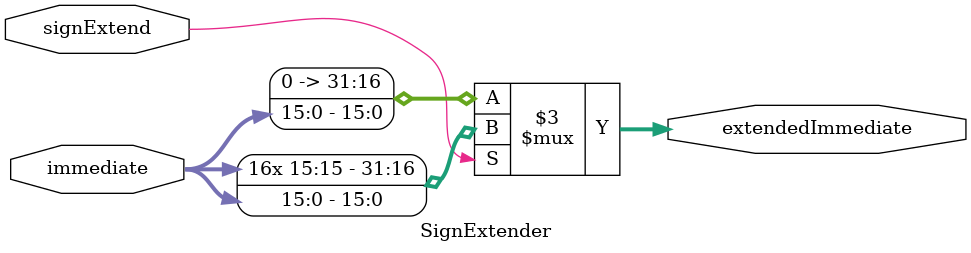
<source format=v>

module SignExtender(immediate, signExtend, extendedImmediate);
input [15:0] immediate;
input signExtend;
output reg [31:0] extendedImmediate;

always @(*)
	begin 
	
	if(signExtend)
		extendedImmediate = {{16{immediate[15]}}, immediate};
	else
		extendedImmediate = {16'b0,immediate};
		
	end
endmodule






</source>
